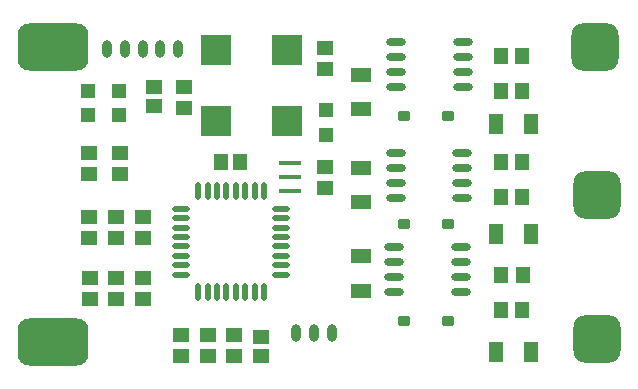
<source format=gbp>
G04*
G04 #@! TF.GenerationSoftware,Altium Limited,Altium Designer,20.0.13 (296)*
G04*
G04 Layer_Color=128*
%FSLAX44Y44*%
%MOMM*%
G71*
G01*
G75*
%ADD20O,1.6500X0.6500*%
%ADD21R,1.2000X1.4000*%
%ADD24R,1.3000X1.8000*%
%ADD25R,1.4000X1.3000*%
G04:AMPARAMS|DCode=26|XSize=4mm|YSize=4mm|CornerRadius=1mm|HoleSize=0mm|Usage=FLASHONLY|Rotation=90.000|XOffset=0mm|YOffset=0mm|HoleType=Round|Shape=RoundedRectangle|*
%AMROUNDEDRECTD26*
21,1,4.0000,2.0000,0,0,90.0*
21,1,2.0000,4.0000,0,0,90.0*
1,1,2.0000,1.0000,1.0000*
1,1,2.0000,1.0000,-1.0000*
1,1,2.0000,-1.0000,-1.0000*
1,1,2.0000,-1.0000,1.0000*
%
%ADD26ROUNDEDRECTD26*%
G04:AMPARAMS|DCode=27|XSize=4mm|YSize=6mm|CornerRadius=1mm|HoleSize=0mm|Usage=FLASHONLY|Rotation=90.000|XOffset=0mm|YOffset=0mm|HoleType=Round|Shape=RoundedRectangle|*
%AMROUNDEDRECTD27*
21,1,4.0000,4.0000,0,0,90.0*
21,1,2.0000,6.0000,0,0,90.0*
1,1,2.0000,2.0000,1.0000*
1,1,2.0000,2.0000,-1.0000*
1,1,2.0000,-2.0000,-1.0000*
1,1,2.0000,-2.0000,1.0000*
%
%ADD27ROUNDEDRECTD27*%
%ADD28R,1.3000X1.4000*%
%ADD51R,1.9000X0.4000*%
%ADD52O,0.5500X1.5000*%
%ADD53O,1.5000X0.5500*%
%ADD54O,0.8000X1.5000*%
G04:AMPARAMS|DCode=55|XSize=0.8mm|YSize=1mm|CornerRadius=0.1mm|HoleSize=0mm|Usage=FLASHONLY|Rotation=270.000|XOffset=0mm|YOffset=0mm|HoleType=Round|Shape=RoundedRectangle|*
%AMROUNDEDRECTD55*
21,1,0.8000,0.8000,0,0,270.0*
21,1,0.6000,1.0000,0,0,270.0*
1,1,0.2000,-0.4000,-0.3000*
1,1,0.2000,-0.4000,0.3000*
1,1,0.2000,0.4000,0.3000*
1,1,0.2000,0.4000,-0.3000*
%
%ADD55ROUNDEDRECTD55*%
%ADD56R,2.5000X2.5000*%
%ADD57R,1.8000X1.3000*%
%ADD58R,1.2000X1.2000*%
%ADD59R,1.4000X1.2000*%
D20*
X992750Y647450D02*
D03*
Y660150D02*
D03*
Y672850D02*
D03*
Y685550D02*
D03*
X1049250Y647450D02*
D03*
Y660150D02*
D03*
Y672850D02*
D03*
Y685550D02*
D03*
X994250Y726950D02*
D03*
Y739650D02*
D03*
Y752350D02*
D03*
Y765050D02*
D03*
X1050750Y726950D02*
D03*
Y739650D02*
D03*
Y752350D02*
D03*
Y765050D02*
D03*
X994500Y821200D02*
D03*
Y833900D02*
D03*
Y846600D02*
D03*
Y859300D02*
D03*
X1051000Y821200D02*
D03*
Y833900D02*
D03*
Y846600D02*
D03*
Y859300D02*
D03*
D21*
X1101500Y817500D02*
D03*
X1083500D02*
D03*
X1101500Y632500D02*
D03*
X1083500D02*
D03*
X1101500Y847500D02*
D03*
X1083500D02*
D03*
X1101750Y662000D02*
D03*
X1083750D02*
D03*
X1101500Y727500D02*
D03*
X1083500D02*
D03*
X1101500Y757500D02*
D03*
X1083500D02*
D03*
D24*
X1079500Y789500D02*
D03*
X1108500D02*
D03*
X1079500Y597000D02*
D03*
X1108500D02*
D03*
X1079500Y696500D02*
D03*
X1108500D02*
D03*
D25*
X880000Y609500D02*
D03*
Y593500D02*
D03*
X789250Y820820D02*
D03*
Y804820D02*
D03*
D26*
X1162750Y854750D02*
D03*
X1164500Y729500D02*
D03*
X1164750Y607250D02*
D03*
D27*
X703750Y604750D02*
D03*
X704250Y855250D02*
D03*
D28*
X862500Y757500D02*
D03*
X846500D02*
D03*
D51*
X905000Y733000D02*
D03*
Y745000D02*
D03*
Y757000D02*
D03*
D52*
X827000Y732500D02*
D03*
X835000D02*
D03*
X843000D02*
D03*
X851000D02*
D03*
X859000D02*
D03*
X867000D02*
D03*
X875000D02*
D03*
X883000D02*
D03*
Y647500D02*
D03*
X875000D02*
D03*
X867000D02*
D03*
X859000D02*
D03*
X851000D02*
D03*
X843000D02*
D03*
X835000D02*
D03*
X827000D02*
D03*
D53*
X897500Y718000D02*
D03*
Y710000D02*
D03*
Y702000D02*
D03*
Y694000D02*
D03*
Y686000D02*
D03*
Y678000D02*
D03*
Y670000D02*
D03*
Y662000D02*
D03*
X812500D02*
D03*
Y670000D02*
D03*
Y678000D02*
D03*
Y686000D02*
D03*
Y694000D02*
D03*
Y702000D02*
D03*
Y710000D02*
D03*
Y718000D02*
D03*
D54*
X810000Y853500D02*
D03*
X795000D02*
D03*
X780000D02*
D03*
X765000D02*
D03*
X750000D02*
D03*
X940000Y612500D02*
D03*
X925000D02*
D03*
X910000D02*
D03*
D55*
X1001500Y796250D02*
D03*
X1038500D02*
D03*
Y622500D02*
D03*
X1001500D02*
D03*
X1038500Y704750D02*
D03*
X1001500D02*
D03*
D56*
X902500Y852500D02*
D03*
Y792500D02*
D03*
X842500D02*
D03*
Y852500D02*
D03*
D57*
X965000Y831500D02*
D03*
Y802500D02*
D03*
Y752500D02*
D03*
Y723500D02*
D03*
Y677500D02*
D03*
Y648500D02*
D03*
D58*
X733480Y818000D02*
D03*
Y797000D02*
D03*
X935020Y780500D02*
D03*
Y801500D02*
D03*
X760250Y818000D02*
D03*
Y797000D02*
D03*
D59*
X780250Y659500D02*
D03*
Y641500D02*
D03*
X934500Y854250D02*
D03*
Y836250D02*
D03*
X760500Y765000D02*
D03*
Y747000D02*
D03*
X934500Y735250D02*
D03*
Y753250D02*
D03*
X735000Y765000D02*
D03*
Y747000D02*
D03*
X780000Y710750D02*
D03*
Y692750D02*
D03*
X757750Y659500D02*
D03*
Y641500D02*
D03*
X757500Y710750D02*
D03*
Y692750D02*
D03*
X735250Y659500D02*
D03*
Y641500D02*
D03*
X735000Y710750D02*
D03*
Y692750D02*
D03*
X812500Y611000D02*
D03*
Y593000D02*
D03*
X835000Y611000D02*
D03*
Y593000D02*
D03*
X857500Y611000D02*
D03*
Y593000D02*
D03*
X814750Y821300D02*
D03*
Y803300D02*
D03*
M02*

</source>
